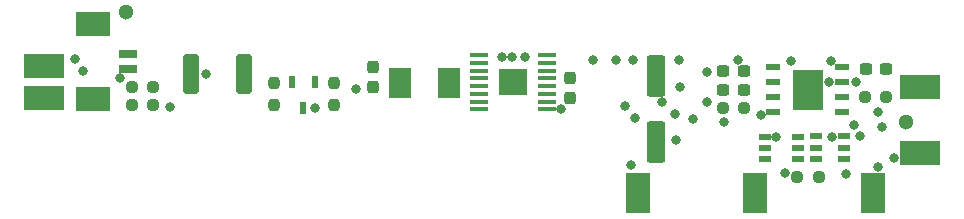
<source format=gbr>
%TF.GenerationSoftware,KiCad,Pcbnew,(6.0.6-0)*%
%TF.CreationDate,2022-09-10T00:16:47-07:00*%
%TF.ProjectId,Battery Extension PCB,42617474-6572-4792-9045-7874656e7369,rev?*%
%TF.SameCoordinates,Original*%
%TF.FileFunction,Soldermask,Top*%
%TF.FilePolarity,Negative*%
%FSLAX46Y46*%
G04 Gerber Fmt 4.6, Leading zero omitted, Abs format (unit mm)*
G04 Created by KiCad (PCBNEW (6.0.6-0)) date 2022-09-10 00:16:47*
%MOMM*%
%LPD*%
G01*
G04 APERTURE LIST*
G04 Aperture macros list*
%AMRoundRect*
0 Rectangle with rounded corners*
0 $1 Rounding radius*
0 $2 $3 $4 $5 $6 $7 $8 $9 X,Y pos of 4 corners*
0 Add a 4 corners polygon primitive as box body*
4,1,4,$2,$3,$4,$5,$6,$7,$8,$9,$2,$3,0*
0 Add four circle primitives for the rounded corners*
1,1,$1+$1,$2,$3*
1,1,$1+$1,$4,$5*
1,1,$1+$1,$6,$7*
1,1,$1+$1,$8,$9*
0 Add four rect primitives between the rounded corners*
20,1,$1+$1,$2,$3,$4,$5,0*
20,1,$1+$1,$4,$5,$6,$7,0*
20,1,$1+$1,$6,$7,$8,$9,0*
20,1,$1+$1,$8,$9,$2,$3,0*%
G04 Aperture macros list end*
%ADD10R,3.500000X2.000000*%
%ADD11R,2.000000X3.500000*%
%ADD12R,1.072009X0.532004*%
%ADD13RoundRect,0.237500X-0.300000X-0.237500X0.300000X-0.237500X0.300000X0.237500X-0.300000X0.237500X0*%
%ADD14R,3.000000X2.100000*%
%ADD15R,1.600000X0.800000*%
%ADD16RoundRect,0.237500X-0.250000X-0.237500X0.250000X-0.237500X0.250000X0.237500X-0.250000X0.237500X0*%
%ADD17RoundRect,0.250000X-0.400000X-1.450000X0.400000X-1.450000X0.400000X1.450000X-0.400000X1.450000X0*%
%ADD18R,1.000000X0.550013*%
%ADD19RoundRect,0.237500X0.237500X-0.300000X0.237500X0.300000X-0.237500X0.300000X-0.237500X-0.300000X0*%
%ADD20R,1.900000X2.500000*%
%ADD21RoundRect,0.237500X-0.237500X0.300000X-0.237500X-0.300000X0.237500X-0.300000X0.237500X0.300000X0*%
%ADD22RoundRect,0.237500X0.237500X-0.250000X0.237500X0.250000X-0.237500X0.250000X-0.237500X-0.250000X0*%
%ADD23R,1.200000X0.600000*%
%ADD24R,2.500000X3.499873*%
%ADD25RoundRect,0.237500X0.300000X0.237500X-0.300000X0.237500X-0.300000X-0.237500X0.300000X-0.237500X0*%
%ADD26RoundRect,0.250000X0.550000X-1.500000X0.550000X1.500000X-0.550000X1.500000X-0.550000X-1.500000X0*%
%ADD27RoundRect,0.100000X-0.687500X-0.100000X0.687500X-0.100000X0.687500X0.100000X-0.687500X0.100000X0*%
%ADD28R,2.460000X2.310000*%
%ADD29RoundRect,0.237500X0.250000X0.237500X-0.250000X0.237500X-0.250000X-0.237500X0.250000X-0.237500X0*%
%ADD30RoundRect,0.237500X-0.237500X0.250000X-0.237500X-0.250000X0.237500X-0.250000X0.237500X0.250000X0*%
%ADD31R,0.532004X1.037490*%
%ADD32C,0.800000*%
%ADD33C,1.300000*%
G04 APERTURE END LIST*
D10*
%TO.C,P13*%
X142240000Y-71729600D03*
%TD*%
%TO.C,P12*%
X142240000Y-77343000D03*
%TD*%
D11*
%TO.C,P11*%
X138252200Y-80721200D03*
%TD*%
%TO.C,P7*%
X128244600Y-80721200D03*
%TD*%
%TO.C,P3*%
X118338600Y-80721200D03*
%TD*%
D12*
%TO.C,U6*%
X133451600Y-75925676D03*
X133451600Y-76875638D03*
X133451600Y-77825600D03*
X135749796Y-77825600D03*
X135749796Y-76875638D03*
X135749796Y-75925676D03*
%TD*%
D13*
%TO.C,C5*%
X125578700Y-70358000D03*
X127303700Y-70358000D03*
%TD*%
D14*
%TO.C,U1*%
X72229676Y-66420994D03*
X72229676Y-72771006D03*
D15*
X75129600Y-68970905D03*
X75129600Y-70221095D03*
%TD*%
D16*
%TO.C,R7*%
X137532442Y-72623807D03*
X139357442Y-72623807D03*
%TD*%
D17*
%TO.C,F1*%
X80528200Y-70662800D03*
X84978200Y-70662800D03*
%TD*%
D16*
%TO.C,R2*%
X75492600Y-71729600D03*
X77317600Y-71729600D03*
%TD*%
D10*
%TO.C,P2*%
X68021200Y-72694800D03*
%TD*%
D18*
%TO.C,U3*%
X129085847Y-75938123D03*
X129085847Y-76888085D03*
X129085847Y-77838047D03*
X131885949Y-77838047D03*
X131885949Y-76888085D03*
X131885949Y-75938123D03*
%TD*%
D19*
%TO.C,C3*%
X112623600Y-72693700D03*
X112623600Y-70968700D03*
%TD*%
D16*
%TO.C,R5*%
X131812706Y-79391539D03*
X133637706Y-79391539D03*
%TD*%
D20*
%TO.C,U7*%
X98229162Y-71374000D03*
X102329238Y-71374000D03*
%TD*%
D10*
%TO.C,P1*%
X68021200Y-69926200D03*
%TD*%
D21*
%TO.C,C2*%
X95910400Y-70003500D03*
X95910400Y-71728500D03*
%TD*%
D22*
%TO.C,R3*%
X92608400Y-73251700D03*
X92608400Y-71426700D03*
%TD*%
D23*
%TO.C,U5*%
X135612848Y-73868411D03*
X135612848Y-72598408D03*
X135612848Y-71328406D03*
X135612848Y-70058403D03*
X129796236Y-70058403D03*
X129796236Y-71328406D03*
X129796236Y-72598408D03*
X129796236Y-73868411D03*
D24*
X132704542Y-71963407D03*
%TD*%
D25*
%TO.C,C1*%
X139343300Y-70256400D03*
X137618300Y-70256400D03*
%TD*%
D26*
%TO.C,C6*%
X119837200Y-76415200D03*
X119837200Y-70815200D03*
%TD*%
D25*
%TO.C,C4*%
X127303700Y-71983600D03*
X125578700Y-71983600D03*
%TD*%
D27*
%TO.C,U4*%
X110635279Y-69067512D03*
X110635279Y-69717512D03*
X110635279Y-70367512D03*
X110635279Y-71017512D03*
X110635279Y-71667512D03*
X110635279Y-72317512D03*
X110635279Y-72967512D03*
X110635279Y-73617512D03*
X104910279Y-73617512D03*
X104910279Y-72967512D03*
X104910279Y-72317512D03*
X104910279Y-71667512D03*
X104910279Y-71017512D03*
X104910279Y-70367512D03*
X104910279Y-69717512D03*
X104910279Y-69067512D03*
D28*
X107772779Y-71342512D03*
%TD*%
D29*
%TO.C,R1*%
X77317600Y-73304400D03*
X75492600Y-73304400D03*
%TD*%
D30*
%TO.C,R4*%
X87528400Y-71426700D03*
X87528400Y-73251700D03*
%TD*%
D16*
%TO.C,R8*%
X125528700Y-73558400D03*
X127353700Y-73558400D03*
%TD*%
D31*
%TO.C,U2*%
X90967562Y-71288654D03*
X89067638Y-71288654D03*
X90017600Y-73491346D03*
%TD*%
D32*
X138684000Y-78486000D03*
X117754400Y-78384400D03*
X140004800Y-77774800D03*
X71374000Y-70358000D03*
X70662800Y-69342000D03*
D33*
X141071600Y-74676000D03*
X75031600Y-65430400D03*
D32*
X118110000Y-74371200D03*
X130810000Y-79044800D03*
X136799194Y-71328406D03*
X117246400Y-73355200D03*
X114503200Y-69443600D03*
X121818400Y-69443600D03*
X121513600Y-74066400D03*
X108813600Y-69189600D03*
X106832400Y-69189600D03*
X134513194Y-71328406D03*
X135940800Y-79146400D03*
X131318000Y-69545200D03*
X120396000Y-73050400D03*
X117906800Y-69494400D03*
X116484400Y-69443600D03*
X124155200Y-73050400D03*
X138627989Y-73868411D03*
X107696000Y-69189600D03*
X128727200Y-74117200D03*
X134721600Y-69545200D03*
X94488000Y-71932800D03*
X81788000Y-70662800D03*
X126796800Y-69443600D03*
X74523600Y-71018400D03*
X123037600Y-74472800D03*
X124206000Y-70459600D03*
X129997200Y-75946000D03*
X134772400Y-75946000D03*
X121869200Y-71780400D03*
X121564400Y-76250800D03*
X78689200Y-73406000D03*
X137174900Y-75857700D03*
X125628400Y-74676000D03*
X139039600Y-75133200D03*
X136601200Y-74930000D03*
X91033600Y-73546700D03*
X111793279Y-73585132D03*
M02*

</source>
